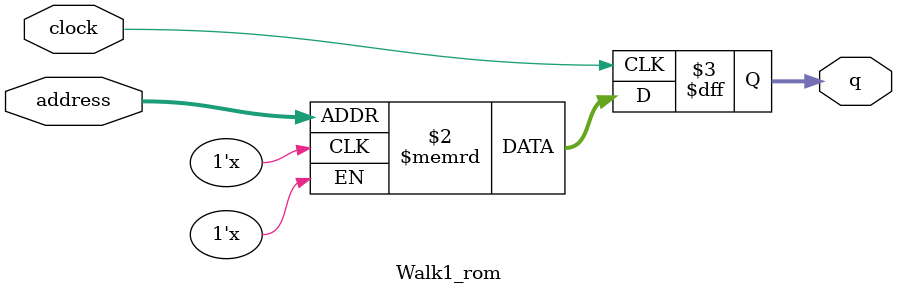
<source format=sv>
module Walk1_rom (
	input logic clock,
	input logic [12:0] address,
	output logic [2:0] q
);

logic [2:0] memory [0:5399] /* synthesis ram_init_file = "./Walk1/Walk1.mif" */;

always_ff @ (posedge clock) begin
	q <= memory[address];
end

endmodule

</source>
